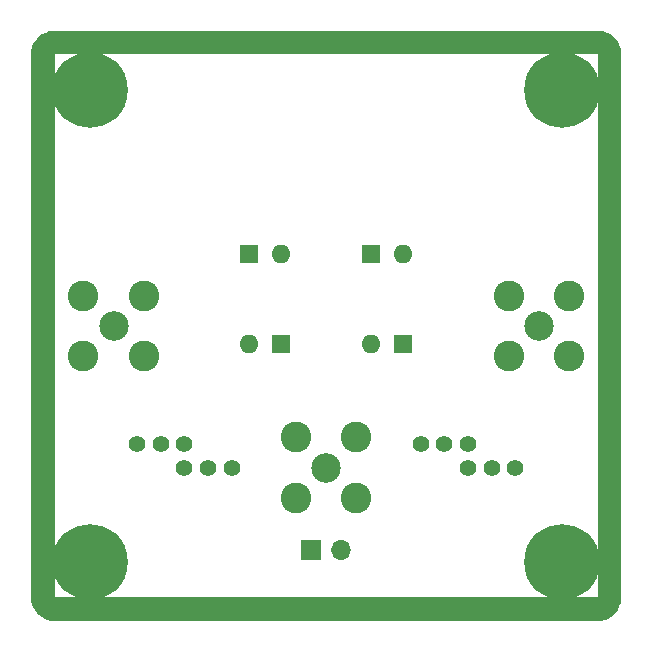
<source format=gbs>
%TF.GenerationSoftware,KiCad,Pcbnew,7.0.10-7.0.10~ubuntu22.04.1*%
%TF.CreationDate,2024-01-03T18:17:20-08:00*%
%TF.ProjectId,YamhillDiodeRingMixer,59616d68-696c-46c4-9469-6f646552696e,A*%
%TF.SameCoordinates,Original*%
%TF.FileFunction,Soldermask,Bot*%
%TF.FilePolarity,Negative*%
%FSLAX46Y46*%
G04 Gerber Fmt 4.6, Leading zero omitted, Abs format (unit mm)*
G04 Created by KiCad (PCBNEW 7.0.10-7.0.10~ubuntu22.04.1) date 2024-01-03 18:17:20*
%MOMM*%
%LPD*%
G01*
G04 APERTURE LIST*
%ADD10C,1.400000*%
%ADD11R,1.600000X1.600000*%
%ADD12O,1.600000X1.600000*%
%ADD13C,2.500000*%
%ADD14C,2.600000*%
%ADD15C,0.800000*%
%ADD16C,6.400000*%
%ADD17R,1.700000X1.700000*%
%ADD18O,1.700000X1.700000*%
G04 APERTURE END LIST*
D10*
%TO.C,T2*%
X141000000Y-87000000D03*
X137000000Y-85000000D03*
X139000000Y-87000000D03*
X135000000Y-85000000D03*
X137000000Y-87000000D03*
X133000000Y-85000000D03*
%TD*%
%TO.C,T1*%
X117000000Y-87000000D03*
X113000000Y-85000000D03*
X115000000Y-87000000D03*
X111000000Y-85000000D03*
X113000000Y-87000000D03*
X109000000Y-85000000D03*
%TD*%
D11*
%TO.C,D3*%
X131500000Y-76500000D03*
D12*
X131500000Y-68880000D03*
%TD*%
D11*
%TO.C,D2*%
X128810000Y-68900000D03*
D12*
X121190000Y-68900000D03*
%TD*%
D13*
%TO.C,J1*%
X107000000Y-75000000D03*
D14*
X104450000Y-72450000D03*
X104450000Y-77550000D03*
X109550000Y-72450000D03*
X109550000Y-77550000D03*
%TD*%
D15*
%TO.C,H1*%
X102600000Y-55000000D03*
X103302944Y-53302944D03*
X103302944Y-56697056D03*
X105000000Y-52600000D03*
D16*
X105000000Y-55000000D03*
D15*
X105000000Y-57400000D03*
X106697056Y-53302944D03*
X106697056Y-56697056D03*
X107400000Y-55000000D03*
%TD*%
D11*
%TO.C,D4*%
X121190000Y-76500000D03*
D12*
X128810000Y-76500000D03*
%TD*%
D15*
%TO.C,H2*%
X142600000Y-55000000D03*
X143302944Y-53302944D03*
X143302944Y-56697056D03*
X145000000Y-52600000D03*
D16*
X145000000Y-55000000D03*
D15*
X145000000Y-57400000D03*
X146697056Y-53302944D03*
X146697056Y-56697056D03*
X147400000Y-55000000D03*
%TD*%
D13*
%TO.C,J2*%
X143000000Y-75000000D03*
D14*
X140450000Y-72450000D03*
X140450000Y-77550000D03*
X145550000Y-72450000D03*
X145550000Y-77550000D03*
%TD*%
D15*
%TO.C,H4*%
X142600000Y-95000000D03*
X143302944Y-93302944D03*
X143302944Y-96697056D03*
X145000000Y-92600000D03*
D16*
X145000000Y-95000000D03*
D15*
X145000000Y-97400000D03*
X146697056Y-93302944D03*
X146697056Y-96697056D03*
X147400000Y-95000000D03*
%TD*%
%TO.C,H3*%
X102600000Y-95000000D03*
X103302944Y-93302944D03*
X103302944Y-96697056D03*
X105000000Y-92600000D03*
D16*
X105000000Y-95000000D03*
D15*
X105000000Y-97400000D03*
X106697056Y-93302944D03*
X106697056Y-96697056D03*
X107400000Y-95000000D03*
%TD*%
D11*
%TO.C,D1*%
X118500000Y-68890000D03*
D12*
X118500000Y-76510000D03*
%TD*%
D17*
%TO.C,J4*%
X123725000Y-94000000D03*
D18*
X126265000Y-94000000D03*
%TD*%
D13*
%TO.C,J3*%
X125000000Y-87000000D03*
D14*
X122450000Y-84450000D03*
X122450000Y-89550000D03*
X127550000Y-84450000D03*
X127550000Y-89550000D03*
%TD*%
G36*
X102003031Y-51750149D02*
G01*
X102018420Y-51750905D01*
X102030531Y-51752098D01*
X102038917Y-51753342D01*
X102102343Y-51782651D01*
X102139854Y-51841597D01*
X102139542Y-51911466D01*
X102101505Y-51970075D01*
X102037820Y-51998815D01*
X102020722Y-52000000D01*
X102000000Y-52000000D01*
X102000000Y-98000000D01*
X102020722Y-98000000D01*
X102087761Y-98019685D01*
X102133516Y-98072489D01*
X102143460Y-98141647D01*
X102114435Y-98205203D01*
X102055657Y-98242977D01*
X102038903Y-98246660D01*
X102030517Y-98247903D01*
X102018428Y-98249093D01*
X102003039Y-98249850D01*
X101996947Y-98250000D01*
X100133328Y-98250000D01*
X100066289Y-98230315D01*
X100020534Y-98177511D01*
X100009644Y-98134846D01*
X100000316Y-98004418D01*
X100000000Y-97995572D01*
X100000000Y-52004427D01*
X100000316Y-51995581D01*
X100009644Y-51865154D01*
X100034061Y-51799690D01*
X100089994Y-51757818D01*
X100133328Y-51750000D01*
X101996947Y-51750000D01*
X102003031Y-51750149D01*
G37*
G36*
X101943039Y-97769685D02*
G01*
X101988794Y-97822489D01*
X102000000Y-97874000D01*
X102000000Y-98000000D01*
X148000000Y-98000000D01*
X148000000Y-97874000D01*
X148019685Y-97806961D01*
X148072489Y-97761206D01*
X148124000Y-97750000D01*
X149876000Y-97750000D01*
X149943039Y-97769685D01*
X149988794Y-97822489D01*
X150000000Y-97874000D01*
X150000000Y-97995572D01*
X149999684Y-98004418D01*
X149980275Y-98275785D01*
X149977757Y-98293297D01*
X149920872Y-98554794D01*
X149915888Y-98571770D01*
X149822361Y-98822524D01*
X149815011Y-98838617D01*
X149686758Y-99073496D01*
X149677193Y-99088380D01*
X149516811Y-99302624D01*
X149505225Y-99315994D01*
X149315994Y-99505225D01*
X149302624Y-99516811D01*
X149088380Y-99677193D01*
X149073496Y-99686758D01*
X148838617Y-99815011D01*
X148822524Y-99822361D01*
X148571770Y-99915888D01*
X148554794Y-99920872D01*
X148293297Y-99977757D01*
X148275785Y-99980275D01*
X148004418Y-99999684D01*
X147995572Y-100000000D01*
X102004428Y-100000000D01*
X101995582Y-99999684D01*
X101724214Y-99980275D01*
X101706702Y-99977757D01*
X101445205Y-99920872D01*
X101428229Y-99915888D01*
X101177475Y-99822361D01*
X101161382Y-99815011D01*
X100926503Y-99686758D01*
X100911619Y-99677193D01*
X100697375Y-99516811D01*
X100684005Y-99505225D01*
X100494774Y-99315994D01*
X100483188Y-99302624D01*
X100322806Y-99088380D01*
X100313241Y-99073496D01*
X100184988Y-98838617D01*
X100177638Y-98822524D01*
X100084111Y-98571770D01*
X100079127Y-98554794D01*
X100022242Y-98293297D01*
X100019724Y-98275785D01*
X100000316Y-98004418D01*
X100000000Y-97995572D01*
X100000000Y-97874000D01*
X100019685Y-97806961D01*
X100072489Y-97761206D01*
X100124000Y-97750000D01*
X101876000Y-97750000D01*
X101943039Y-97769685D01*
G37*
G36*
X149933711Y-51769685D02*
G01*
X149979466Y-51822489D01*
X149990356Y-51865154D01*
X149999684Y-51995581D01*
X150000000Y-52004427D01*
X150000000Y-97995572D01*
X149999684Y-98004418D01*
X149990356Y-98134846D01*
X149965939Y-98200310D01*
X149910006Y-98242182D01*
X149866672Y-98250000D01*
X148003053Y-98250000D01*
X147996961Y-98249850D01*
X147981571Y-98249093D01*
X147969480Y-98247903D01*
X147961095Y-98246660D01*
X147897667Y-98217357D01*
X147860149Y-98158415D01*
X147860455Y-98088546D01*
X147898486Y-98029933D01*
X147962167Y-98001186D01*
X147979278Y-98000000D01*
X148000000Y-98000000D01*
X148000000Y-52000000D01*
X147979278Y-52000000D01*
X147912239Y-51980315D01*
X147866484Y-51927511D01*
X147856540Y-51858353D01*
X147885565Y-51794797D01*
X147944343Y-51757023D01*
X147961081Y-51753343D01*
X147969466Y-51752099D01*
X147981579Y-51750905D01*
X147996969Y-51750149D01*
X148003053Y-51750000D01*
X149866672Y-51750000D01*
X149933711Y-51769685D01*
G37*
G36*
X148004418Y-50000316D02*
G01*
X148275785Y-50019724D01*
X148293297Y-50022242D01*
X148554794Y-50079127D01*
X148571770Y-50084111D01*
X148822524Y-50177638D01*
X148838617Y-50184988D01*
X149073496Y-50313241D01*
X149088380Y-50322806D01*
X149302624Y-50483188D01*
X149315994Y-50494774D01*
X149505225Y-50684005D01*
X149516811Y-50697375D01*
X149677193Y-50911619D01*
X149686758Y-50926503D01*
X149815011Y-51161382D01*
X149822361Y-51177475D01*
X149915888Y-51428229D01*
X149920872Y-51445205D01*
X149977757Y-51706702D01*
X149980275Y-51724214D01*
X149999684Y-51995581D01*
X150000000Y-52004427D01*
X150000000Y-52126000D01*
X149980315Y-52193039D01*
X149927511Y-52238794D01*
X149876000Y-52250000D01*
X148124000Y-52250000D01*
X148056961Y-52230315D01*
X148011206Y-52177511D01*
X148000000Y-52126000D01*
X148000000Y-52000000D01*
X102000000Y-52000000D01*
X102000000Y-52126000D01*
X101980315Y-52193039D01*
X101927511Y-52238794D01*
X101876000Y-52250000D01*
X100124000Y-52250000D01*
X100056961Y-52230315D01*
X100011206Y-52177511D01*
X100000000Y-52126000D01*
X100000000Y-52004427D01*
X100000316Y-51995581D01*
X100019724Y-51724214D01*
X100022242Y-51706702D01*
X100079127Y-51445205D01*
X100084111Y-51428229D01*
X100177638Y-51177475D01*
X100184988Y-51161382D01*
X100313241Y-50926503D01*
X100322806Y-50911619D01*
X100483188Y-50697375D01*
X100494774Y-50684005D01*
X100684005Y-50494774D01*
X100697375Y-50483188D01*
X100911619Y-50322806D01*
X100926503Y-50313241D01*
X101161382Y-50184988D01*
X101177475Y-50177638D01*
X101428229Y-50084111D01*
X101445205Y-50079127D01*
X101706702Y-50022242D01*
X101724214Y-50019724D01*
X101995582Y-50000316D01*
X102004428Y-50000000D01*
X147995572Y-50000000D01*
X148004418Y-50000316D01*
G37*
M02*

</source>
